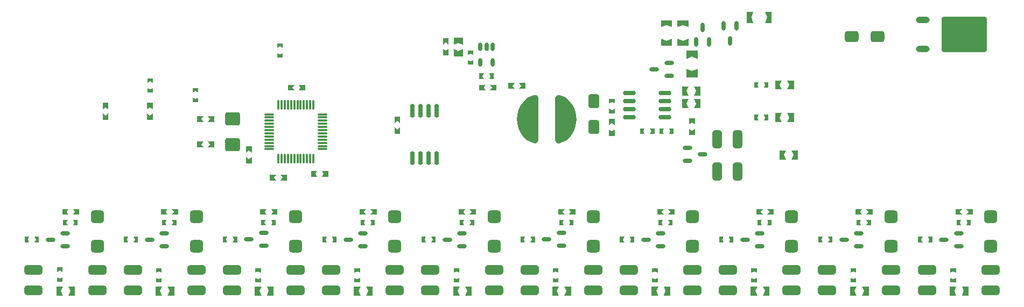
<source format=gtp>
G04 Layer_Color=8421504*
%FSLAX24Y24*%
%MOIN*%
G70*
G01*
G75*
%ADD11O,0.0236X0.0532*%
G04:AMPARAMS|DCode=13|XSize=279.5mil|YSize=218.5mil|CornerRadius=10.9mil|HoleSize=0mil|Usage=FLASHONLY|Rotation=0.000|XOffset=0mil|YOffset=0mil|HoleType=Round|Shape=RoundedRectangle|*
%AMROUNDEDRECTD13*
21,1,0.2795,0.1967,0,0,0.0*
21,1,0.2577,0.2185,0,0,0.0*
1,1,0.0219,0.1288,-0.0983*
1,1,0.0219,-0.1288,-0.0983*
1,1,0.0219,-0.1288,0.0983*
1,1,0.0219,0.1288,0.0983*
%
%ADD13ROUNDEDRECTD13*%
%ADD14O,0.0846X0.0394*%
G04:AMPARAMS|DCode=15|XSize=82.7mil|YSize=78.7mil|CornerRadius=19.7mil|HoleSize=0mil|Usage=FLASHONLY|Rotation=0.000|XOffset=0mil|YOffset=0mil|HoleType=Round|Shape=RoundedRectangle|*
%AMROUNDEDRECTD15*
21,1,0.0827,0.0394,0,0,0.0*
21,1,0.0433,0.0787,0,0,0.0*
1,1,0.0394,0.0217,-0.0197*
1,1,0.0394,-0.0217,-0.0197*
1,1,0.0394,-0.0217,0.0197*
1,1,0.0394,0.0217,0.0197*
%
%ADD15ROUNDEDRECTD15*%
%ADD16O,0.0295X0.0850*%
G04:AMPARAMS|DCode=20|XSize=90.6mil|YSize=82.7mil|CornerRadius=12.4mil|HoleSize=0mil|Usage=FLASHONLY|Rotation=0.000|XOffset=0mil|YOffset=0mil|HoleType=Round|Shape=RoundedRectangle|*
%AMROUNDEDRECTD20*
21,1,0.0906,0.0579,0,0,0.0*
21,1,0.0657,0.0827,0,0,0.0*
1,1,0.0248,0.0329,-0.0289*
1,1,0.0248,-0.0329,-0.0289*
1,1,0.0248,-0.0329,0.0289*
1,1,0.0248,0.0329,0.0289*
%
%ADD20ROUNDEDRECTD20*%
%ADD21O,0.0630X0.0118*%
%ADD22O,0.0118X0.0630*%
G04:AMPARAMS|DCode=26|XSize=86.6mil|YSize=68.9mil|CornerRadius=17.2mil|HoleSize=0mil|Usage=FLASHONLY|Rotation=90.000|XOffset=0mil|YOffset=0mil|HoleType=Round|Shape=RoundedRectangle|*
%AMROUNDEDRECTD26*
21,1,0.0866,0.0344,0,0,90.0*
21,1,0.0522,0.0689,0,0,90.0*
1,1,0.0344,0.0172,0.0261*
1,1,0.0344,0.0172,-0.0261*
1,1,0.0344,-0.0172,-0.0261*
1,1,0.0344,-0.0172,0.0261*
%
%ADD26ROUNDEDRECTD26*%
%ADD27O,0.0591X0.0281*%
%ADD28O,0.0800X0.0295*%
G04:AMPARAMS|DCode=29|XSize=86.6mil|YSize=68.9mil|CornerRadius=17.2mil|HoleSize=0mil|Usage=FLASHONLY|Rotation=180.000|XOffset=0mil|YOffset=0mil|HoleType=Round|Shape=RoundedRectangle|*
%AMROUNDEDRECTD29*
21,1,0.0866,0.0344,0,0,180.0*
21,1,0.0522,0.0689,0,0,180.0*
1,1,0.0344,-0.0261,0.0172*
1,1,0.0344,0.0261,0.0172*
1,1,0.0344,0.0261,-0.0172*
1,1,0.0344,-0.0261,-0.0172*
%
%ADD29ROUNDEDRECTD29*%
G04:AMPARAMS|DCode=30|XSize=110.2mil|YSize=59.1mil|CornerRadius=14.8mil|HoleSize=0mil|Usage=FLASHONLY|Rotation=90.000|XOffset=0mil|YOffset=0mil|HoleType=Round|Shape=RoundedRectangle|*
%AMROUNDEDRECTD30*
21,1,0.1102,0.0295,0,0,90.0*
21,1,0.0807,0.0591,0,0,90.0*
1,1,0.0295,0.0148,0.0404*
1,1,0.0295,0.0148,-0.0404*
1,1,0.0295,-0.0148,-0.0404*
1,1,0.0295,-0.0148,0.0404*
%
%ADD30ROUNDEDRECTD30*%
G04:AMPARAMS|DCode=31|XSize=110.2mil|YSize=59.1mil|CornerRadius=14.8mil|HoleSize=0mil|Usage=FLASHONLY|Rotation=180.000|XOffset=0mil|YOffset=0mil|HoleType=Round|Shape=RoundedRectangle|*
%AMROUNDEDRECTD31*
21,1,0.1102,0.0295,0,0,180.0*
21,1,0.0807,0.0591,0,0,180.0*
1,1,0.0295,-0.0404,0.0148*
1,1,0.0295,0.0404,0.0148*
1,1,0.0295,0.0404,-0.0148*
1,1,0.0295,-0.0404,-0.0148*
%
%ADD31ROUNDEDRECTD31*%
%ADD35O,0.0281X0.0591*%
G36*
X63494Y44774D02*
X63081D01*
X63199Y45118D01*
X63081Y45463D01*
X63494D01*
Y44774D01*
D02*
G37*
G36*
X62234Y45118D02*
X62352Y44774D01*
X61939D01*
Y45463D01*
X62352D01*
X62234Y45118D01*
D02*
G37*
G36*
X58346Y44518D02*
X58002Y44636D01*
X57657Y44518D01*
Y44931D01*
X58346D01*
Y44518D01*
D02*
G37*
G36*
X57323D02*
X56978Y44636D01*
X56634Y44518D01*
Y44931D01*
X57323D01*
Y44518D01*
D02*
G37*
G36*
X58346Y43376D02*
X57657D01*
Y43789D01*
X58002Y43671D01*
X58346Y43789D01*
Y43376D01*
D02*
G37*
G36*
X57323D02*
X56634D01*
Y43789D01*
X56978Y43671D01*
X57323Y43789D01*
Y43376D01*
D02*
G37*
G36*
X43494Y43445D02*
X43317Y43563D01*
X43140Y43445D01*
Y43839D01*
X43494D01*
Y43445D01*
D02*
G37*
G36*
X44380Y43415D02*
X44094Y43543D01*
X43809Y43415D01*
Y43868D01*
X44380D01*
Y43415D01*
D02*
G37*
G36*
X33228Y43238D02*
X33051Y43317D01*
X32874Y43238D01*
Y43514D01*
X33228D01*
Y43238D01*
D02*
G37*
G36*
X43494Y42776D02*
X43140D01*
Y43169D01*
X43317Y43051D01*
X43494Y43169D01*
Y42776D01*
D02*
G37*
G36*
X44380Y42707D02*
X43809D01*
Y43159D01*
X44094Y43032D01*
X44380Y43159D01*
Y42707D01*
D02*
G37*
G36*
X33228Y42628D02*
X32874D01*
Y42904D01*
X33051Y42825D01*
X33228Y42904D01*
Y42628D01*
D02*
G37*
G36*
X45020Y42795D02*
X44843Y42874D01*
X44665Y42795D01*
Y43071D01*
X45020D01*
Y42795D01*
D02*
G37*
G36*
X58907Y42530D02*
X58553Y42687D01*
X58199Y42530D01*
Y43081D01*
X58907D01*
Y42530D01*
D02*
G37*
G36*
X45020Y42185D02*
X44665D01*
Y42461D01*
X44843Y42382D01*
X45020Y42461D01*
Y42185D01*
D02*
G37*
G36*
X58907Y41388D02*
X58199D01*
Y41939D01*
X58553Y41782D01*
X58907Y41939D01*
Y41388D01*
D02*
G37*
G36*
X46279Y41299D02*
X46004D01*
X46082Y41476D01*
X46004Y41654D01*
X46279D01*
Y41299D01*
D02*
G37*
G36*
X45591Y41476D02*
X45669Y41299D01*
X45394D01*
Y41654D01*
X45669D01*
X45591Y41476D01*
D02*
G37*
G36*
X25197Y41073D02*
X25020Y41152D01*
X24843Y41073D01*
Y41348D01*
X25197D01*
Y41073D01*
D02*
G37*
G36*
X63287Y40758D02*
X63012D01*
X63090Y40935D01*
X63012Y41112D01*
X63287D01*
Y40758D01*
D02*
G37*
G36*
X62598Y40935D02*
X62677Y40758D01*
X62402D01*
Y41112D01*
X62677D01*
X62598Y40935D01*
D02*
G37*
G36*
X48248Y40699D02*
X47854D01*
X47972Y40876D01*
X47854Y41053D01*
X48248D01*
Y40699D01*
D02*
G37*
G36*
X47461Y40876D02*
X47579Y40699D01*
X47185D01*
Y41053D01*
X47579D01*
X47461Y40876D01*
D02*
G37*
G36*
X25197Y40463D02*
X24843D01*
Y40738D01*
X25020Y40660D01*
X25197Y40738D01*
Y40463D01*
D02*
G37*
G36*
X64872Y40659D02*
X64459D01*
X64587Y40935D01*
X64459Y41211D01*
X64872D01*
Y40659D01*
D02*
G37*
G36*
X63996Y40935D02*
X64124Y40659D01*
X63711D01*
Y41211D01*
X64124D01*
X63996Y40935D01*
D02*
G37*
G36*
X34606Y40591D02*
X34213D01*
X34331Y40768D01*
X34213Y40945D01*
X34606D01*
Y40591D01*
D02*
G37*
G36*
X33819Y40768D02*
X33937Y40591D01*
X33543D01*
Y40945D01*
X33937D01*
X33819Y40768D01*
D02*
G37*
G36*
X46457Y40591D02*
X46063D01*
X46181Y40768D01*
X46063Y40945D01*
X46457D01*
Y40591D01*
D02*
G37*
G36*
X45669Y40768D02*
X45787Y40591D01*
X45394D01*
Y40945D01*
X45787D01*
X45669Y40768D01*
D02*
G37*
G36*
X27992Y40472D02*
X27815Y40551D01*
X27638Y40472D01*
Y40748D01*
X27992D01*
Y40472D01*
D02*
G37*
G36*
X59094Y40276D02*
X58681D01*
X58809Y40551D01*
X58681Y40827D01*
X59094D01*
Y40276D01*
D02*
G37*
G36*
X58218Y40551D02*
X58346Y40276D01*
X57933D01*
Y40827D01*
X58346D01*
X58218Y40551D01*
D02*
G37*
G36*
X27992Y39862D02*
X27638D01*
Y40138D01*
X27815Y40059D01*
X27992Y40138D01*
Y39862D01*
D02*
G37*
G36*
X53780Y39783D02*
X53602Y39862D01*
X53425Y39783D01*
Y40059D01*
X53780D01*
Y39783D01*
D02*
G37*
G36*
X59094Y39498D02*
X58681D01*
X58809Y39774D01*
X58681Y40049D01*
X59094D01*
Y39498D01*
D02*
G37*
G36*
X58218Y39774D02*
X58346Y39498D01*
X57933D01*
Y40049D01*
X58346D01*
X58218Y39774D01*
D02*
G37*
G36*
X22421Y39429D02*
X22244Y39547D01*
X22067Y39429D01*
Y39823D01*
X22421D01*
Y39429D01*
D02*
G37*
G36*
X25167Y39429D02*
X24990Y39547D01*
X24813Y39429D01*
Y39823D01*
X25167D01*
Y39429D01*
D02*
G37*
G36*
X53780Y39173D02*
X53425D01*
Y39449D01*
X53602Y39370D01*
X53780Y39449D01*
Y39173D01*
D02*
G37*
G36*
X22421Y38760D02*
X22067D01*
Y39154D01*
X22244Y39035D01*
X22421Y39154D01*
Y38760D01*
D02*
G37*
G36*
X25167Y38760D02*
X24813D01*
Y39154D01*
X24990Y39035D01*
X25167Y39154D01*
Y38760D01*
D02*
G37*
G36*
X63287Y38730D02*
X63012D01*
X63090Y38907D01*
X63012Y39085D01*
X63287D01*
Y38730D01*
D02*
G37*
G36*
X62598Y38907D02*
X62677Y38730D01*
X62402D01*
Y39085D01*
X62677D01*
X62598Y38907D01*
D02*
G37*
G36*
X28976Y38642D02*
X28583D01*
X28701Y38819D01*
X28583Y38996D01*
X28976D01*
Y38642D01*
D02*
G37*
G36*
X28189Y38819D02*
X28307Y38642D01*
X27913D01*
Y38996D01*
X28307D01*
X28189Y38819D01*
D02*
G37*
G36*
X64872Y38632D02*
X64459D01*
X64587Y38907D01*
X64459Y39183D01*
X64872D01*
Y38632D01*
D02*
G37*
G36*
X63996Y38907D02*
X64124Y38632D01*
X63711D01*
Y39183D01*
X64124D01*
X63996Y38907D01*
D02*
G37*
G36*
X40492Y38573D02*
X40315Y38691D01*
X40138Y38573D01*
Y38967D01*
X40492D01*
Y38573D01*
D02*
G37*
G36*
X58740Y38484D02*
X58563Y38602D01*
X58386Y38484D01*
Y38878D01*
X58740D01*
Y38484D01*
D02*
G37*
G36*
X53770Y38445D02*
X53592Y38563D01*
X53415Y38445D01*
Y38839D01*
X53770D01*
Y38445D01*
D02*
G37*
G36*
X40492Y37904D02*
X40138D01*
Y38297D01*
X40315Y38179D01*
X40492Y38297D01*
Y37904D01*
D02*
G37*
G36*
X58740Y37815D02*
X58386D01*
Y38209D01*
X58563Y38091D01*
X58740Y38209D01*
Y37815D01*
D02*
G37*
G36*
X53770Y37776D02*
X53415D01*
Y38169D01*
X53592Y38051D01*
X53770Y38169D01*
Y37776D01*
D02*
G37*
G36*
X57421Y37884D02*
X57146D01*
X57224Y38061D01*
X57146Y38238D01*
X57421D01*
Y37884D01*
D02*
G37*
G36*
X56733Y38061D02*
X56811Y37884D01*
X56536D01*
Y38238D01*
X56811D01*
X56733Y38061D01*
D02*
G37*
G36*
X56240Y37884D02*
X55964D01*
X56043Y38061D01*
X55964Y38238D01*
X56240D01*
Y37884D01*
D02*
G37*
G36*
X55551Y38061D02*
X55630Y37884D01*
X55354D01*
Y38238D01*
X55630D01*
X55551Y38061D01*
D02*
G37*
G36*
X48932Y40294D02*
X48992Y40250D01*
X49031Y40188D01*
X49044Y40116D01*
Y37510D01*
X49030Y37436D01*
X48990Y37372D01*
X48929Y37327D01*
X48856Y37308D01*
X48781Y37317D01*
X48651Y37357D01*
X48501Y37418D01*
X48361Y37501D01*
X48236Y37605D01*
X48231Y37609D01*
X48082Y37775D01*
X47957Y37959D01*
X47856Y38158D01*
X47784Y38368D01*
X47739Y38587D01*
X47724Y38809D01*
X47739Y39031D01*
X47784Y39250D01*
X47856Y39460D01*
X47957Y39659D01*
X48082Y39843D01*
X48231Y40009D01*
X48234Y40011D01*
X48360Y40116D01*
X48502Y40201D01*
X48654Y40262D01*
X48789Y40304D01*
X48861Y40312D01*
X48932Y40294D01*
D02*
G37*
G36*
X50353Y40302D02*
X50482Y40261D01*
X50633Y40200D01*
X50773Y40117D01*
X50898Y40013D01*
X50903Y40009D01*
X51052Y39843D01*
X51177Y39659D01*
X51277Y39460D01*
X51350Y39250D01*
X51395Y39031D01*
X51409Y38809D01*
X51395Y38587D01*
X51350Y38368D01*
X51277Y38158D01*
X51177Y37959D01*
X51052Y37775D01*
X50903Y37609D01*
X50900Y37607D01*
X50774Y37502D01*
X50632Y37417D01*
X50479Y37356D01*
X50345Y37314D01*
X50272Y37306D01*
X50201Y37324D01*
X50142Y37368D01*
X50103Y37430D01*
X50089Y37502D01*
Y40108D01*
X50103Y40182D01*
X50144Y40246D01*
X50205Y40291D01*
X50278Y40310D01*
X50353Y40302D01*
D02*
G37*
G36*
X28976Y37067D02*
X28583D01*
X28701Y37244D01*
X28583Y37421D01*
X28976D01*
Y37067D01*
D02*
G37*
G36*
X28189Y37244D02*
X28307Y37067D01*
X27913D01*
Y37421D01*
X28307D01*
X28189Y37244D01*
D02*
G37*
G36*
X31299Y36742D02*
X31122Y36860D01*
X30945Y36742D01*
Y37136D01*
X31299D01*
Y36742D01*
D02*
G37*
G36*
Y36073D02*
X30945D01*
Y36467D01*
X31122Y36348D01*
X31299Y36467D01*
Y36073D01*
D02*
G37*
G36*
X65128Y36309D02*
X64715D01*
X64843Y36585D01*
X64715Y36860D01*
X65128D01*
Y36309D01*
D02*
G37*
G36*
X64252Y36585D02*
X64380Y36309D01*
X63967D01*
Y36860D01*
X64380D01*
X64252Y36585D01*
D02*
G37*
G36*
X36033Y35246D02*
X35640D01*
X35758Y35423D01*
X35640Y35600D01*
X36033D01*
Y35246D01*
D02*
G37*
G36*
X35246Y35423D02*
X35364Y35246D01*
X34970D01*
Y35600D01*
X35364D01*
X35246Y35423D01*
D02*
G37*
G36*
X33474Y35010D02*
X33081D01*
X33199Y35187D01*
X33081Y35364D01*
X33474D01*
Y35010D01*
D02*
G37*
G36*
X32687Y35187D02*
X32805Y35010D01*
X32411D01*
Y35364D01*
X32805D01*
X32687Y35187D01*
D02*
G37*
G36*
X75945Y32884D02*
X75551D01*
X75669Y33061D01*
X75551Y33238D01*
X75945D01*
Y32884D01*
D02*
G37*
G36*
X75157Y33061D02*
X75276Y32884D01*
X74882D01*
Y33238D01*
X75276D01*
X75157Y33061D01*
D02*
G37*
G36*
X69754Y32884D02*
X69360D01*
X69478Y33061D01*
X69360Y33238D01*
X69754D01*
Y32884D01*
D02*
G37*
G36*
X68967Y33061D02*
X69085Y32884D01*
X68691D01*
Y33238D01*
X69085D01*
X68967Y33061D01*
D02*
G37*
G36*
X63612Y32884D02*
X63218D01*
X63337Y33061D01*
X63218Y33238D01*
X63612D01*
Y32884D01*
D02*
G37*
G36*
X62825Y33061D02*
X62943Y32884D01*
X62549D01*
Y33238D01*
X62943D01*
X62825Y33061D01*
D02*
G37*
G36*
X57480Y32884D02*
X57087D01*
X57205Y33061D01*
X57087Y33238D01*
X57480D01*
Y32884D01*
D02*
G37*
G36*
X56693Y33061D02*
X56811Y32884D01*
X56417D01*
Y33238D01*
X56811D01*
X56693Y33061D01*
D02*
G37*
G36*
X51339Y32884D02*
X50945D01*
X51063Y33061D01*
X50945Y33238D01*
X51339D01*
Y32884D01*
D02*
G37*
G36*
X50551Y33061D02*
X50669Y32884D01*
X50276D01*
Y33238D01*
X50669D01*
X50551Y33061D01*
D02*
G37*
G36*
X45187Y32884D02*
X44793D01*
X44911Y33061D01*
X44793Y33238D01*
X45187D01*
Y32884D01*
D02*
G37*
G36*
X44400Y33061D02*
X44518Y32884D01*
X44124D01*
Y33238D01*
X44518D01*
X44400Y33061D01*
D02*
G37*
G36*
X39045Y32884D02*
X38652D01*
X38770Y33061D01*
X38652Y33238D01*
X39045D01*
Y32884D01*
D02*
G37*
G36*
X38258Y33061D02*
X38376Y32884D01*
X37982D01*
Y33238D01*
X38376D01*
X38258Y33061D01*
D02*
G37*
G36*
X32894Y32884D02*
X32500D01*
X32618Y33061D01*
X32500Y33238D01*
X32894D01*
Y32884D01*
D02*
G37*
G36*
X32106Y33061D02*
X32224Y32884D01*
X31831D01*
Y33238D01*
X32224D01*
X32106Y33061D01*
D02*
G37*
G36*
X26752Y32884D02*
X26358D01*
X26476Y33061D01*
X26358Y33238D01*
X26752D01*
Y32884D01*
D02*
G37*
G36*
X25965Y33061D02*
X26083Y32884D01*
X25689D01*
Y33238D01*
X26083D01*
X25965Y33061D01*
D02*
G37*
G36*
X20630Y32884D02*
X20236D01*
X20354Y33061D01*
X20236Y33238D01*
X20630D01*
Y32884D01*
D02*
G37*
G36*
X19843Y33061D02*
X19961Y32884D01*
X19567D01*
Y33238D01*
X19961D01*
X19843Y33061D01*
D02*
G37*
G36*
X75827Y32215D02*
X75551D01*
X75630Y32392D01*
X75551Y32569D01*
X75827D01*
Y32215D01*
D02*
G37*
G36*
X75138Y32392D02*
X75217Y32215D01*
X74941D01*
Y32569D01*
X75217D01*
X75138Y32392D01*
D02*
G37*
G36*
X69636Y32215D02*
X69360D01*
X69439Y32392D01*
X69360Y32569D01*
X69636D01*
Y32215D01*
D02*
G37*
G36*
X68947Y32392D02*
X69026Y32215D01*
X68750D01*
Y32569D01*
X69026D01*
X68947Y32392D01*
D02*
G37*
G36*
X63494Y32215D02*
X63218D01*
X63297Y32392D01*
X63218Y32569D01*
X63494D01*
Y32215D01*
D02*
G37*
G36*
X62805Y32392D02*
X62884Y32215D01*
X62608D01*
Y32569D01*
X62884D01*
X62805Y32392D01*
D02*
G37*
G36*
X57362Y32215D02*
X57087D01*
X57165Y32392D01*
X57087Y32569D01*
X57362D01*
Y32215D01*
D02*
G37*
G36*
X56673Y32392D02*
X56752Y32215D01*
X56477D01*
Y32569D01*
X56752D01*
X56673Y32392D01*
D02*
G37*
G36*
X51220Y32215D02*
X50945D01*
X51024Y32392D01*
X50945Y32569D01*
X51220D01*
Y32215D01*
D02*
G37*
G36*
X50532Y32392D02*
X50610Y32215D01*
X50335D01*
Y32569D01*
X50610D01*
X50532Y32392D01*
D02*
G37*
G36*
X45069Y32215D02*
X44793D01*
X44872Y32392D01*
X44793Y32569D01*
X45069D01*
Y32215D01*
D02*
G37*
G36*
X44380Y32392D02*
X44459Y32215D01*
X44183D01*
Y32569D01*
X44459D01*
X44380Y32392D01*
D02*
G37*
G36*
X38927Y32215D02*
X38652D01*
X38730Y32392D01*
X38652Y32569D01*
X38927D01*
Y32215D01*
D02*
G37*
G36*
X38238Y32392D02*
X38317Y32215D01*
X38042D01*
Y32569D01*
X38317D01*
X38238Y32392D01*
D02*
G37*
G36*
X32776Y32215D02*
X32500D01*
X32579Y32392D01*
X32500Y32569D01*
X32776D01*
Y32215D01*
D02*
G37*
G36*
X32087Y32392D02*
X32166Y32215D01*
X31890D01*
Y32569D01*
X32166D01*
X32087Y32392D01*
D02*
G37*
G36*
X26634Y32215D02*
X26358D01*
X26437Y32392D01*
X26358Y32569D01*
X26634D01*
Y32215D01*
D02*
G37*
G36*
X25945Y32392D02*
X26024Y32215D01*
X25748D01*
Y32569D01*
X26024D01*
X25945Y32392D01*
D02*
G37*
G36*
X20512Y32215D02*
X20236D01*
X20315Y32392D01*
X20236Y32569D01*
X20512D01*
Y32215D01*
D02*
G37*
G36*
X19823Y32392D02*
X19902Y32215D01*
X19626D01*
Y32569D01*
X19902D01*
X19823Y32392D01*
D02*
G37*
G36*
X73445Y31171D02*
X73169D01*
X73248Y31348D01*
X73169Y31526D01*
X73445D01*
Y31171D01*
D02*
G37*
G36*
X72756Y31348D02*
X72835Y31171D01*
X72559D01*
Y31526D01*
X72835D01*
X72756Y31348D01*
D02*
G37*
G36*
X67264Y31171D02*
X66988D01*
X67067Y31348D01*
X66988Y31526D01*
X67264D01*
Y31171D01*
D02*
G37*
G36*
X66575Y31348D02*
X66654Y31171D01*
X66378D01*
Y31526D01*
X66654D01*
X66575Y31348D01*
D02*
G37*
G36*
X61122Y31171D02*
X60846D01*
X60925Y31348D01*
X60846Y31526D01*
X61122D01*
Y31171D01*
D02*
G37*
G36*
X60433Y31348D02*
X60512Y31171D01*
X60236D01*
Y31526D01*
X60512D01*
X60433Y31348D01*
D02*
G37*
G36*
X54980Y31171D02*
X54705D01*
X54783Y31348D01*
X54705Y31526D01*
X54980D01*
Y31171D01*
D02*
G37*
G36*
X54292Y31348D02*
X54370Y31171D01*
X54095D01*
Y31526D01*
X54370D01*
X54292Y31348D01*
D02*
G37*
G36*
X48839Y31171D02*
X48563D01*
X48642Y31348D01*
X48563Y31526D01*
X48839D01*
Y31171D01*
D02*
G37*
G36*
X48150Y31348D02*
X48229Y31171D01*
X47953D01*
Y31526D01*
X48229D01*
X48150Y31348D01*
D02*
G37*
G36*
X42697Y31171D02*
X42421D01*
X42500Y31348D01*
X42421Y31526D01*
X42697D01*
Y31171D01*
D02*
G37*
G36*
X42008Y31348D02*
X42087Y31171D01*
X41811D01*
Y31526D01*
X42087D01*
X42008Y31348D01*
D02*
G37*
G36*
X36555Y31171D02*
X36280D01*
X36358Y31348D01*
X36280Y31526D01*
X36555D01*
Y31171D01*
D02*
G37*
G36*
X35866Y31348D02*
X35945Y31171D01*
X35670D01*
Y31526D01*
X35945D01*
X35866Y31348D01*
D02*
G37*
G36*
X30404Y31171D02*
X30128D01*
X30207Y31348D01*
X30128Y31526D01*
X30404D01*
Y31171D01*
D02*
G37*
G36*
X29715Y31348D02*
X29794Y31171D01*
X29518D01*
Y31526D01*
X29794D01*
X29715Y31348D01*
D02*
G37*
G36*
X24262Y31171D02*
X23986D01*
X24065Y31348D01*
X23986Y31526D01*
X24262D01*
Y31171D01*
D02*
G37*
G36*
X23573Y31348D02*
X23652Y31171D01*
X23376D01*
Y31526D01*
X23652D01*
X23573Y31348D01*
D02*
G37*
G36*
X18130Y31171D02*
X17854D01*
X17933Y31348D01*
X17854Y31526D01*
X18130D01*
Y31171D01*
D02*
G37*
G36*
X17441Y31348D02*
X17520Y31171D01*
X17244D01*
Y31526D01*
X17520D01*
X17441Y31348D01*
D02*
G37*
G36*
X19587Y29340D02*
X19409Y29419D01*
X19232Y29340D01*
Y29616D01*
X19587D01*
Y29340D01*
D02*
G37*
G36*
X74902Y29301D02*
X74724Y29380D01*
X74547Y29301D01*
Y29577D01*
X74902D01*
Y29301D01*
D02*
G37*
G36*
X68720D02*
X68543Y29380D01*
X68366Y29301D01*
Y29577D01*
X68720D01*
Y29301D01*
D02*
G37*
G36*
X62579D02*
X62402Y29380D01*
X62224Y29301D01*
Y29577D01*
X62579D01*
Y29301D01*
D02*
G37*
G36*
X56437D02*
X56260Y29380D01*
X56083Y29301D01*
Y29577D01*
X56437D01*
Y29301D01*
D02*
G37*
G36*
X50295D02*
X50118Y29380D01*
X49941Y29301D01*
Y29577D01*
X50295D01*
Y29301D01*
D02*
G37*
G36*
X44154D02*
X43976Y29380D01*
X43799Y29301D01*
Y29577D01*
X44154D01*
Y29301D01*
D02*
G37*
G36*
X38012D02*
X37835Y29380D01*
X37657Y29301D01*
Y29577D01*
X38012D01*
Y29301D01*
D02*
G37*
G36*
X31870D02*
X31693Y29380D01*
X31516Y29301D01*
Y29577D01*
X31870D01*
Y29301D01*
D02*
G37*
G36*
X25728D02*
X25551Y29380D01*
X25374Y29301D01*
Y29577D01*
X25728D01*
Y29301D01*
D02*
G37*
G36*
X19587Y28730D02*
X19232D01*
Y29006D01*
X19409Y28927D01*
X19587Y29006D01*
Y28730D01*
D02*
G37*
G36*
X74902Y28691D02*
X74547D01*
Y28967D01*
X74724Y28888D01*
X74902Y28967D01*
Y28691D01*
D02*
G37*
G36*
X68720D02*
X68366D01*
Y28967D01*
X68543Y28888D01*
X68720Y28967D01*
Y28691D01*
D02*
G37*
G36*
X62579D02*
X62224D01*
Y28967D01*
X62402Y28888D01*
X62579Y28967D01*
Y28691D01*
D02*
G37*
G36*
X56437D02*
X56083D01*
Y28967D01*
X56260Y28888D01*
X56437Y28967D01*
Y28691D01*
D02*
G37*
G36*
X50295D02*
X49941D01*
Y28967D01*
X50118Y28888D01*
X50295Y28967D01*
Y28691D01*
D02*
G37*
G36*
X44154D02*
X43799D01*
Y28967D01*
X43976Y28888D01*
X44154Y28967D01*
Y28691D01*
D02*
G37*
G36*
X38012D02*
X37657D01*
Y28967D01*
X37835Y28888D01*
X38012Y28967D01*
Y28691D01*
D02*
G37*
G36*
X31870D02*
X31516D01*
Y28967D01*
X31693Y28888D01*
X31870Y28967D01*
Y28691D01*
D02*
G37*
G36*
X25728D02*
X25374D01*
Y28967D01*
X25551Y28888D01*
X25728Y28967D01*
Y28691D01*
D02*
G37*
G36*
X75679Y27874D02*
X75266D01*
X75394Y28150D01*
X75266Y28425D01*
X75679D01*
Y27874D01*
D02*
G37*
G36*
X74803Y28150D02*
X74931Y27874D01*
X74518D01*
Y28425D01*
X74931D01*
X74803Y28150D01*
D02*
G37*
G36*
X69498Y27874D02*
X69085D01*
X69213Y28150D01*
X69085Y28425D01*
X69498D01*
Y27874D01*
D02*
G37*
G36*
X68622Y28150D02*
X68750Y27874D01*
X68337D01*
Y28425D01*
X68750D01*
X68622Y28150D01*
D02*
G37*
G36*
X63356Y27874D02*
X62943D01*
X63071Y28150D01*
X62943Y28425D01*
X63356D01*
Y27874D01*
D02*
G37*
G36*
X62480Y28150D02*
X62608Y27874D01*
X62195D01*
Y28425D01*
X62608D01*
X62480Y28150D01*
D02*
G37*
G36*
X57215Y27874D02*
X56801D01*
X56929Y28150D01*
X56801Y28425D01*
X57215D01*
Y27874D01*
D02*
G37*
G36*
X56339Y28150D02*
X56467Y27874D01*
X56053D01*
Y28425D01*
X56467D01*
X56339Y28150D01*
D02*
G37*
G36*
X51073Y27874D02*
X50659D01*
X50787Y28150D01*
X50659Y28425D01*
X51073D01*
Y27874D01*
D02*
G37*
G36*
X50197Y28150D02*
X50325Y27874D01*
X49911D01*
Y28425D01*
X50325D01*
X50197Y28150D01*
D02*
G37*
G36*
X44931Y27874D02*
X44518D01*
X44646Y28150D01*
X44518Y28425D01*
X44931D01*
Y27874D01*
D02*
G37*
G36*
X44055Y28150D02*
X44183Y27874D01*
X43770D01*
Y28425D01*
X44183D01*
X44055Y28150D01*
D02*
G37*
G36*
X38789Y27874D02*
X38376D01*
X38504Y28150D01*
X38376Y28425D01*
X38789D01*
Y27874D01*
D02*
G37*
G36*
X37913Y28150D02*
X38041Y27874D01*
X37628D01*
Y28425D01*
X38041D01*
X37913Y28150D01*
D02*
G37*
G36*
X32648Y27874D02*
X32234D01*
X32362Y28150D01*
X32234Y28425D01*
X32648D01*
Y27874D01*
D02*
G37*
G36*
X31772Y28150D02*
X31900Y27874D01*
X31486D01*
Y28425D01*
X31900D01*
X31772Y28150D01*
D02*
G37*
G36*
X26506Y27874D02*
X26093D01*
X26220Y28150D01*
X26093Y28425D01*
X26506D01*
Y27874D01*
D02*
G37*
G36*
X25630Y28150D02*
X25758Y27874D01*
X25344D01*
Y28425D01*
X25758D01*
X25630Y28150D01*
D02*
G37*
G36*
X20364Y27874D02*
X19951D01*
X20079Y28150D01*
X19951Y28425D01*
X20364D01*
Y27874D01*
D02*
G37*
G36*
X19488Y28150D02*
X19616Y27874D01*
X19203D01*
Y28425D01*
X19616D01*
X19488Y28150D01*
D02*
G37*
D11*
X45463Y43307D02*
D03*
Y42323D02*
D03*
X46211Y43307D02*
D03*
Y42323D02*
D03*
X45837Y43307D02*
D03*
D13*
X75423Y44055D02*
D03*
D14*
X72864Y44953D02*
D03*
Y43157D02*
D03*
D15*
X64724Y30945D02*
D03*
Y32756D02*
D03*
X34016Y30945D02*
D03*
Y32756D02*
D03*
X27874Y30945D02*
D03*
Y32756D02*
D03*
X21732Y30945D02*
D03*
Y32756D02*
D03*
X40157Y30945D02*
D03*
Y32756D02*
D03*
X46299Y30945D02*
D03*
Y32756D02*
D03*
X52441Y30945D02*
D03*
Y32756D02*
D03*
X58583Y30945D02*
D03*
Y32756D02*
D03*
X70866Y30945D02*
D03*
Y32756D02*
D03*
X77047Y30945D02*
D03*
Y32756D02*
D03*
D16*
X42240Y39348D02*
D03*
Y36398D02*
D03*
X41240Y39348D02*
D03*
X41740D02*
D03*
X42740D02*
D03*
X41240Y36398D02*
D03*
X41740D02*
D03*
X42740D02*
D03*
D20*
X30098Y38819D02*
D03*
Y37244D02*
D03*
D21*
X32382Y37933D02*
D03*
Y38130D02*
D03*
Y38327D02*
D03*
Y38524D02*
D03*
Y38720D02*
D03*
Y38917D02*
D03*
Y39114D02*
D03*
Y36949D02*
D03*
Y37146D02*
D03*
Y37343D02*
D03*
Y37539D02*
D03*
Y37736D02*
D03*
X35689Y38130D02*
D03*
Y37933D02*
D03*
Y39114D02*
D03*
Y38917D02*
D03*
Y38720D02*
D03*
Y38524D02*
D03*
Y38327D02*
D03*
Y37736D02*
D03*
Y37539D02*
D03*
Y37343D02*
D03*
Y37146D02*
D03*
Y36949D02*
D03*
D22*
X34921Y39685D02*
D03*
X35118D02*
D03*
Y36378D02*
D03*
X34921D02*
D03*
X32953Y39685D02*
D03*
X33150D02*
D03*
X33346D02*
D03*
X33543D02*
D03*
X33740D02*
D03*
X33937D02*
D03*
X34134D02*
D03*
X34331D02*
D03*
X34528D02*
D03*
X34724D02*
D03*
Y36378D02*
D03*
X34528D02*
D03*
X34331D02*
D03*
X34134D02*
D03*
X33937D02*
D03*
X33740D02*
D03*
X33543D02*
D03*
X33346D02*
D03*
X33150D02*
D03*
X32953D02*
D03*
D26*
X52470Y39931D02*
D03*
Y38317D02*
D03*
D27*
X58292Y37028D02*
D03*
Y36228D02*
D03*
X59202Y36628D02*
D03*
X38184Y30945D02*
D03*
Y31745D02*
D03*
X37274Y31345D02*
D03*
X32032Y30955D02*
D03*
Y31755D02*
D03*
X31122Y31355D02*
D03*
X25891Y30945D02*
D03*
Y31745D02*
D03*
X24981Y31345D02*
D03*
X75074Y30945D02*
D03*
Y31745D02*
D03*
X74164Y31345D02*
D03*
X68893Y30945D02*
D03*
Y31745D02*
D03*
X67983Y31345D02*
D03*
X62751Y30945D02*
D03*
Y31745D02*
D03*
X61841Y31345D02*
D03*
X56609Y30945D02*
D03*
Y31745D02*
D03*
X55699Y31345D02*
D03*
X50467Y30955D02*
D03*
Y31755D02*
D03*
X49557Y31355D02*
D03*
X44326Y30945D02*
D03*
Y31745D02*
D03*
X43416Y31345D02*
D03*
X19759Y30945D02*
D03*
Y31745D02*
D03*
X18849Y31345D02*
D03*
X57141Y41486D02*
D03*
Y42286D02*
D03*
X56231Y41886D02*
D03*
D28*
X56885Y39423D02*
D03*
X54685D02*
D03*
X56885Y38923D02*
D03*
X54685D02*
D03*
X56885Y40423D02*
D03*
Y39923D02*
D03*
X54685D02*
D03*
Y40423D02*
D03*
D29*
X68435Y43947D02*
D03*
X70049D02*
D03*
D30*
X60118Y37559D02*
D03*
X61378D02*
D03*
X60118Y35581D02*
D03*
X61378D02*
D03*
D31*
X77047Y28189D02*
D03*
Y29449D02*
D03*
X17795D02*
D03*
Y28189D02*
D03*
X48504Y29449D02*
D03*
Y28189D02*
D03*
X23937Y29449D02*
D03*
Y28189D02*
D03*
X54646Y29449D02*
D03*
Y28189D02*
D03*
X30079Y29449D02*
D03*
Y28189D02*
D03*
X60787Y29449D02*
D03*
Y28189D02*
D03*
X36220Y29449D02*
D03*
Y28189D02*
D03*
X66929Y29449D02*
D03*
Y28189D02*
D03*
X42362Y29449D02*
D03*
Y28189D02*
D03*
X73110Y29449D02*
D03*
Y28189D02*
D03*
X21732D02*
D03*
Y29449D02*
D03*
X27874Y28189D02*
D03*
Y29449D02*
D03*
X34016Y28189D02*
D03*
Y29449D02*
D03*
X40157Y28189D02*
D03*
Y29449D02*
D03*
X46299Y28189D02*
D03*
Y29449D02*
D03*
X52441Y28189D02*
D03*
Y29449D02*
D03*
X58583Y28189D02*
D03*
Y29449D02*
D03*
X64724Y28189D02*
D03*
Y29449D02*
D03*
X70866Y28189D02*
D03*
Y29449D02*
D03*
D35*
X58809Y43588D02*
D03*
X59609D02*
D03*
X59209Y44498D02*
D03*
X61329Y44582D02*
D03*
X60529D02*
D03*
X60929Y43672D02*
D03*
M02*

</source>
